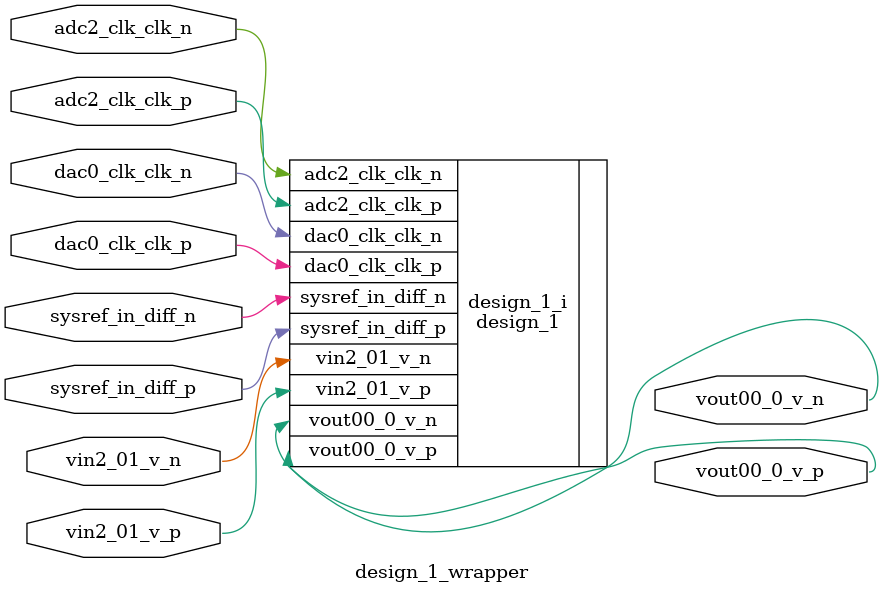
<source format=v>
`timescale 1 ps / 1 ps

module design_1_wrapper
   (adc2_clk_clk_n,
    adc2_clk_clk_p,
    dac0_clk_clk_n,
    dac0_clk_clk_p,
    sysref_in_diff_n,
    sysref_in_diff_p,
    vin2_01_v_n,
    vin2_01_v_p,
    vout00_0_v_n,
    vout00_0_v_p);
  input adc2_clk_clk_n;
  input adc2_clk_clk_p;
  input dac0_clk_clk_n;
  input dac0_clk_clk_p;
  input sysref_in_diff_n;
  input sysref_in_diff_p;
  input vin2_01_v_n;
  input vin2_01_v_p;
  output vout00_0_v_n;
  output vout00_0_v_p;

  wire adc2_clk_clk_n;
  wire adc2_clk_clk_p;
  wire dac0_clk_clk_n;
  wire dac0_clk_clk_p;
  wire sysref_in_diff_n;
  wire sysref_in_diff_p;
  wire vin2_01_v_n;
  wire vin2_01_v_p;
  wire vout00_0_v_n;
  wire vout00_0_v_p;

  design_1 design_1_i
       (.adc2_clk_clk_n(adc2_clk_clk_n),
        .adc2_clk_clk_p(adc2_clk_clk_p),
        .dac0_clk_clk_n(dac0_clk_clk_n),
        .dac0_clk_clk_p(dac0_clk_clk_p),
        .sysref_in_diff_n(sysref_in_diff_n),
        .sysref_in_diff_p(sysref_in_diff_p),
        .vin2_01_v_n(vin2_01_v_n),
        .vin2_01_v_p(vin2_01_v_p),
        .vout00_0_v_n(vout00_0_v_n),
        .vout00_0_v_p(vout00_0_v_p));
endmodule

</source>
